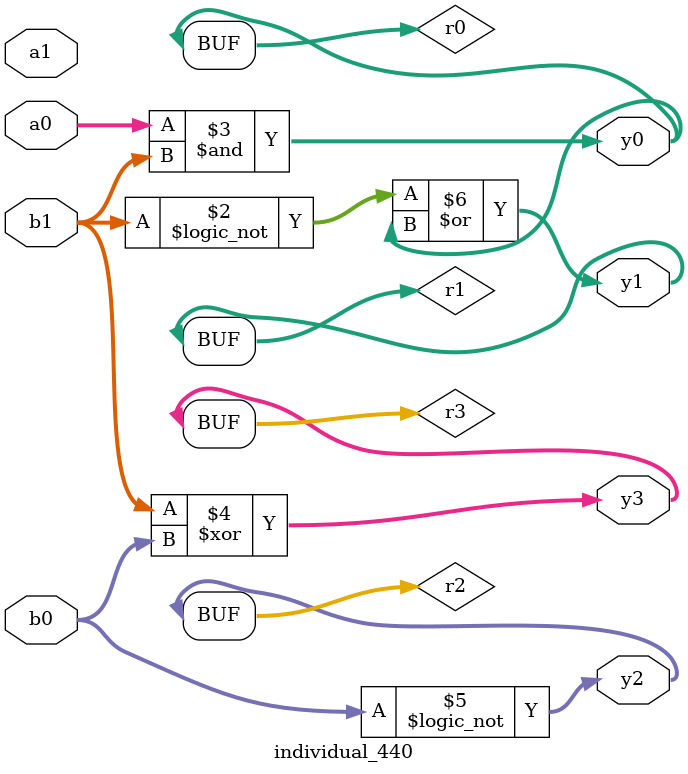
<source format=sv>
module individual_440(input logic [15:0] a1, input logic [15:0] a0, input logic [15:0] b1, input logic [15:0] b0, output logic [15:0] y3, output logic [15:0] y2, output logic [15:0] y1, output logic [15:0] y0);
logic [15:0] r0, r1, r2, r3; 
 always@(*) begin 
	 r0 = a0; r1 = a1; r2 = b0; r3 = b1; 
 	 r1 = ! b1 ;
 	 r0  &=  r3 ;
 	 r3  ^=  b0 ;
 	 r2 = ! r2 ;
 	 r1  |=  r0 ;
 	 y3 = r3; y2 = r2; y1 = r1; y0 = r0; 
end
endmodule
</source>
